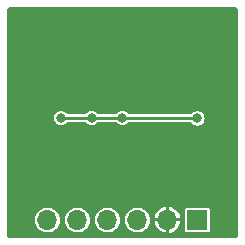
<source format=gbr>
%TF.GenerationSoftware,KiCad,Pcbnew,(6.0.2)*%
%TF.CreationDate,2022-04-05T22:12:57+02:00*%
%TF.ProjectId,BME68x Adaptor,424d4536-3878-4204-9164-6170746f722e,rev?*%
%TF.SameCoordinates,Original*%
%TF.FileFunction,Copper,L2,Bot*%
%TF.FilePolarity,Positive*%
%FSLAX46Y46*%
G04 Gerber Fmt 4.6, Leading zero omitted, Abs format (unit mm)*
G04 Created by KiCad (PCBNEW (6.0.2)) date 2022-04-05 22:12:57*
%MOMM*%
%LPD*%
G01*
G04 APERTURE LIST*
%TA.AperFunction,ComponentPad*%
%ADD10R,1.700000X1.700000*%
%TD*%
%TA.AperFunction,ComponentPad*%
%ADD11O,1.700000X1.700000*%
%TD*%
%TA.AperFunction,ViaPad*%
%ADD12C,0.800000*%
%TD*%
%TA.AperFunction,Conductor*%
%ADD13C,0.250000*%
%TD*%
G04 APERTURE END LIST*
D10*
%TO.P,J1,1,Pin_1*%
%TO.N,+3V3*%
X146350000Y-98250000D03*
D11*
%TO.P,J1,2,Pin_2*%
%TO.N,GND*%
X143810000Y-98250000D03*
%TO.P,J1,3,Pin_3*%
%TO.N,/CS#*%
X141270000Y-98250000D03*
%TO.P,J1,4,Pin_4*%
%TO.N,/SDI*%
X138730000Y-98250000D03*
%TO.P,J1,5,Pin_5*%
%TO.N,/SCK*%
X136190000Y-98250000D03*
%TO.P,J1,6,Pin_6*%
%TO.N,/SDO*%
X133650000Y-98250000D03*
%TD*%
D12*
%TO.N,+3V3*%
X146350000Y-89650000D03*
X134800000Y-89600000D03*
X140000000Y-89600000D03*
X137400000Y-89600000D03*
%TO.N,GND*%
X142600000Y-94300000D03*
X141700000Y-87400000D03*
X145200000Y-94300000D03*
X140400000Y-82300000D03*
%TD*%
D13*
%TO.N,+3V3*%
X137400000Y-89600000D02*
X140000000Y-89600000D01*
X134800000Y-89600000D02*
X137400000Y-89600000D01*
X140000000Y-89600000D02*
X146300000Y-89600000D01*
X146300000Y-89600000D02*
X146350000Y-89650000D01*
%TD*%
%TA.AperFunction,Conductor*%
%TO.N,GND*%
G36*
X149693039Y-80269685D02*
G01*
X149738794Y-80322489D01*
X149750000Y-80374000D01*
X149750000Y-99626000D01*
X149730315Y-99693039D01*
X149677511Y-99738794D01*
X149626000Y-99750000D01*
X130374000Y-99750000D01*
X130306961Y-99730315D01*
X130261206Y-99677511D01*
X130250000Y-99626000D01*
X130250000Y-98235262D01*
X132594520Y-98235262D01*
X132611759Y-98440553D01*
X132668544Y-98638586D01*
X132762712Y-98821818D01*
X132766480Y-98826572D01*
X132795402Y-98863062D01*
X132890677Y-98983270D01*
X132895296Y-98987201D01*
X133042950Y-99112865D01*
X133042955Y-99112869D01*
X133047564Y-99116791D01*
X133227398Y-99217297D01*
X133423329Y-99280959D01*
X133429347Y-99281677D01*
X133429349Y-99281677D01*
X133569591Y-99298399D01*
X133627894Y-99305351D01*
X133633938Y-99304886D01*
X133633939Y-99304886D01*
X133706404Y-99299310D01*
X133833300Y-99289546D01*
X133951927Y-99256425D01*
X134025885Y-99235776D01*
X134025889Y-99235774D01*
X134031725Y-99234145D01*
X134215610Y-99141258D01*
X134377951Y-99014424D01*
X134381907Y-99009840D01*
X134381911Y-99009837D01*
X134508602Y-98863062D01*
X134512564Y-98858472D01*
X134533387Y-98821818D01*
X134611327Y-98684618D01*
X134614323Y-98679344D01*
X134679351Y-98483863D01*
X134684823Y-98440553D01*
X134704736Y-98282919D01*
X134704736Y-98282915D01*
X134705171Y-98279474D01*
X134705583Y-98250000D01*
X134704138Y-98235262D01*
X135134520Y-98235262D01*
X135151759Y-98440553D01*
X135208544Y-98638586D01*
X135302712Y-98821818D01*
X135306480Y-98826572D01*
X135335402Y-98863062D01*
X135430677Y-98983270D01*
X135435296Y-98987201D01*
X135582950Y-99112865D01*
X135582955Y-99112869D01*
X135587564Y-99116791D01*
X135767398Y-99217297D01*
X135963329Y-99280959D01*
X135969347Y-99281677D01*
X135969349Y-99281677D01*
X136109591Y-99298399D01*
X136167894Y-99305351D01*
X136173938Y-99304886D01*
X136173939Y-99304886D01*
X136246404Y-99299310D01*
X136373300Y-99289546D01*
X136491927Y-99256425D01*
X136565885Y-99235776D01*
X136565889Y-99235774D01*
X136571725Y-99234145D01*
X136755610Y-99141258D01*
X136917951Y-99014424D01*
X136921907Y-99009840D01*
X136921911Y-99009837D01*
X137048602Y-98863062D01*
X137052564Y-98858472D01*
X137073387Y-98821818D01*
X137151327Y-98684618D01*
X137154323Y-98679344D01*
X137219351Y-98483863D01*
X137224823Y-98440553D01*
X137244736Y-98282919D01*
X137244736Y-98282915D01*
X137245171Y-98279474D01*
X137245583Y-98250000D01*
X137244138Y-98235262D01*
X137674520Y-98235262D01*
X137691759Y-98440553D01*
X137748544Y-98638586D01*
X137842712Y-98821818D01*
X137846480Y-98826572D01*
X137875402Y-98863062D01*
X137970677Y-98983270D01*
X137975296Y-98987201D01*
X138122950Y-99112865D01*
X138122955Y-99112869D01*
X138127564Y-99116791D01*
X138307398Y-99217297D01*
X138503329Y-99280959D01*
X138509347Y-99281677D01*
X138509349Y-99281677D01*
X138649591Y-99298399D01*
X138707894Y-99305351D01*
X138713938Y-99304886D01*
X138713939Y-99304886D01*
X138786404Y-99299310D01*
X138913300Y-99289546D01*
X139031927Y-99256425D01*
X139105885Y-99235776D01*
X139105889Y-99235774D01*
X139111725Y-99234145D01*
X139295610Y-99141258D01*
X139457951Y-99014424D01*
X139461907Y-99009840D01*
X139461911Y-99009837D01*
X139588602Y-98863062D01*
X139592564Y-98858472D01*
X139613387Y-98821818D01*
X139691327Y-98684618D01*
X139694323Y-98679344D01*
X139759351Y-98483863D01*
X139764823Y-98440553D01*
X139784736Y-98282919D01*
X139784736Y-98282915D01*
X139785171Y-98279474D01*
X139785583Y-98250000D01*
X139784138Y-98235262D01*
X140214520Y-98235262D01*
X140231759Y-98440553D01*
X140288544Y-98638586D01*
X140382712Y-98821818D01*
X140386480Y-98826572D01*
X140415402Y-98863062D01*
X140510677Y-98983270D01*
X140515296Y-98987201D01*
X140662950Y-99112865D01*
X140662955Y-99112869D01*
X140667564Y-99116791D01*
X140847398Y-99217297D01*
X141043329Y-99280959D01*
X141049347Y-99281677D01*
X141049349Y-99281677D01*
X141189591Y-99298399D01*
X141247894Y-99305351D01*
X141253938Y-99304886D01*
X141253939Y-99304886D01*
X141326404Y-99299310D01*
X141453300Y-99289546D01*
X141571927Y-99256425D01*
X141645885Y-99235776D01*
X141645889Y-99235774D01*
X141651725Y-99234145D01*
X141835610Y-99141258D01*
X141997951Y-99014424D01*
X142001907Y-99009840D01*
X142001911Y-99009837D01*
X142128602Y-98863062D01*
X142132564Y-98858472D01*
X142153387Y-98821818D01*
X142231327Y-98684618D01*
X142234323Y-98679344D01*
X142299351Y-98483863D01*
X142304823Y-98440553D01*
X142311164Y-98390357D01*
X142716761Y-98390357D01*
X142718516Y-98417140D01*
X142720287Y-98428322D01*
X142767255Y-98613260D01*
X142771028Y-98623916D01*
X142850910Y-98797193D01*
X142856574Y-98807002D01*
X142966689Y-98962812D01*
X142974039Y-98971417D01*
X143110709Y-99104555D01*
X143119512Y-99111683D01*
X143278147Y-99217680D01*
X143288105Y-99223087D01*
X143463400Y-99298399D01*
X143474172Y-99301899D01*
X143660260Y-99344007D01*
X143668223Y-99345055D01*
X143682344Y-99341505D01*
X143682694Y-99341131D01*
X143685000Y-99331452D01*
X143685000Y-99325628D01*
X143935000Y-99325628D01*
X143938903Y-99338922D01*
X143952680Y-99340894D01*
X144062264Y-99325006D01*
X144073277Y-99322361D01*
X144253937Y-99261036D01*
X144264293Y-99256425D01*
X144430753Y-99163202D01*
X144440090Y-99156785D01*
X144484622Y-99119748D01*
X145299500Y-99119748D01*
X145303779Y-99141258D01*
X145308144Y-99163202D01*
X145311133Y-99178231D01*
X145355448Y-99244552D01*
X145421769Y-99288867D01*
X145433745Y-99291249D01*
X145433747Y-99291250D01*
X145452326Y-99294945D01*
X145480252Y-99300500D01*
X147219748Y-99300500D01*
X147247674Y-99294945D01*
X147266253Y-99291250D01*
X147266255Y-99291249D01*
X147278231Y-99288867D01*
X147344552Y-99244552D01*
X147388867Y-99178231D01*
X147391857Y-99163202D01*
X147396221Y-99141258D01*
X147400500Y-99119748D01*
X147400500Y-97380252D01*
X147388867Y-97321769D01*
X147344552Y-97255448D01*
X147278231Y-97211133D01*
X147266255Y-97208751D01*
X147266253Y-97208750D01*
X147247674Y-97205055D01*
X147219748Y-97199500D01*
X145480252Y-97199500D01*
X145452326Y-97205055D01*
X145433747Y-97208750D01*
X145433745Y-97208751D01*
X145421769Y-97211133D01*
X145355448Y-97255448D01*
X145311133Y-97321769D01*
X145299500Y-97380252D01*
X145299500Y-99119748D01*
X144484622Y-99119748D01*
X144586777Y-99034787D01*
X144594787Y-99026777D01*
X144716785Y-98880090D01*
X144723202Y-98870753D01*
X144816425Y-98704293D01*
X144821036Y-98693937D01*
X144882361Y-98513277D01*
X144885006Y-98502264D01*
X144900900Y-98392644D01*
X144898945Y-98378929D01*
X144885594Y-98375000D01*
X143952830Y-98375000D01*
X143937831Y-98379404D01*
X143936644Y-98380774D01*
X143935000Y-98388332D01*
X143935000Y-99325628D01*
X143685000Y-99325628D01*
X143685000Y-98392830D01*
X143680596Y-98377831D01*
X143679226Y-98376644D01*
X143671668Y-98375000D01*
X142733584Y-98375000D01*
X142718781Y-98379347D01*
X142716761Y-98390357D01*
X142311164Y-98390357D01*
X142324736Y-98282919D01*
X142324736Y-98282915D01*
X142325171Y-98279474D01*
X142325583Y-98250000D01*
X142311591Y-98107293D01*
X142719134Y-98107293D01*
X142721538Y-98121488D01*
X142734076Y-98125000D01*
X143667170Y-98125000D01*
X143682169Y-98120596D01*
X143683356Y-98119226D01*
X143685000Y-98111668D01*
X143685000Y-98107170D01*
X143935000Y-98107170D01*
X143939404Y-98122169D01*
X143940774Y-98123356D01*
X143948332Y-98125000D01*
X144885397Y-98125000D01*
X144899714Y-98120796D01*
X144901744Y-98108856D01*
X144896734Y-98054343D01*
X144894670Y-98043207D01*
X144842884Y-97859587D01*
X144838819Y-97848998D01*
X144754441Y-97677894D01*
X144748517Y-97668228D01*
X144634366Y-97515362D01*
X144626785Y-97506942D01*
X144486683Y-97377432D01*
X144477701Y-97370540D01*
X144316331Y-97268724D01*
X144306253Y-97263589D01*
X144129035Y-97192886D01*
X144118178Y-97189670D01*
X143952488Y-97156713D01*
X143939816Y-97157846D01*
X143935000Y-97172759D01*
X143935000Y-98107170D01*
X143685000Y-98107170D01*
X143685000Y-97173107D01*
X143681254Y-97160349D01*
X143666574Y-97158443D01*
X143529680Y-97181967D01*
X143518748Y-97184896D01*
X143339737Y-97250936D01*
X143329524Y-97255808D01*
X143165557Y-97353358D01*
X143156390Y-97360018D01*
X143012942Y-97485819D01*
X143005152Y-97494028D01*
X142887027Y-97643868D01*
X142880864Y-97653360D01*
X142792025Y-97822214D01*
X142787694Y-97832669D01*
X142731112Y-98014894D01*
X142728760Y-98025961D01*
X142719134Y-98107293D01*
X142311591Y-98107293D01*
X142305480Y-98044970D01*
X142245935Y-97847749D01*
X142204022Y-97768922D01*
X142152065Y-97671203D01*
X142152064Y-97671201D01*
X142149218Y-97665849D01*
X142019011Y-97506200D01*
X141860275Y-97374882D01*
X141679055Y-97276897D01*
X141669991Y-97274091D01*
X141488046Y-97217770D01*
X141488047Y-97217770D01*
X141482254Y-97215977D01*
X141277369Y-97194443D01*
X141271336Y-97194992D01*
X141271332Y-97194992D01*
X141145721Y-97206424D01*
X141072203Y-97213114D01*
X141066390Y-97214825D01*
X141066389Y-97214825D01*
X140880392Y-97269567D01*
X140874572Y-97271280D01*
X140797419Y-97311615D01*
X140697374Y-97363917D01*
X140697370Y-97363920D01*
X140692002Y-97366726D01*
X140687279Y-97370523D01*
X140687278Y-97370524D01*
X140543880Y-97485819D01*
X140531447Y-97495815D01*
X140399024Y-97653630D01*
X140299776Y-97834162D01*
X140297942Y-97839944D01*
X140297941Y-97839946D01*
X140239317Y-98024753D01*
X140237484Y-98030532D01*
X140214520Y-98235262D01*
X139784138Y-98235262D01*
X139765480Y-98044970D01*
X139705935Y-97847749D01*
X139664022Y-97768922D01*
X139612065Y-97671203D01*
X139612064Y-97671201D01*
X139609218Y-97665849D01*
X139479011Y-97506200D01*
X139320275Y-97374882D01*
X139139055Y-97276897D01*
X139129991Y-97274091D01*
X138948046Y-97217770D01*
X138948047Y-97217770D01*
X138942254Y-97215977D01*
X138737369Y-97194443D01*
X138731336Y-97194992D01*
X138731332Y-97194992D01*
X138605721Y-97206424D01*
X138532203Y-97213114D01*
X138526390Y-97214825D01*
X138526389Y-97214825D01*
X138340392Y-97269567D01*
X138334572Y-97271280D01*
X138257419Y-97311615D01*
X138157374Y-97363917D01*
X138157370Y-97363920D01*
X138152002Y-97366726D01*
X138147279Y-97370523D01*
X138147278Y-97370524D01*
X138003880Y-97485819D01*
X137991447Y-97495815D01*
X137859024Y-97653630D01*
X137759776Y-97834162D01*
X137757942Y-97839944D01*
X137757941Y-97839946D01*
X137699317Y-98024753D01*
X137697484Y-98030532D01*
X137674520Y-98235262D01*
X137244138Y-98235262D01*
X137225480Y-98044970D01*
X137165935Y-97847749D01*
X137124022Y-97768922D01*
X137072065Y-97671203D01*
X137072064Y-97671201D01*
X137069218Y-97665849D01*
X136939011Y-97506200D01*
X136780275Y-97374882D01*
X136599055Y-97276897D01*
X136589991Y-97274091D01*
X136408046Y-97217770D01*
X136408047Y-97217770D01*
X136402254Y-97215977D01*
X136197369Y-97194443D01*
X136191336Y-97194992D01*
X136191332Y-97194992D01*
X136065721Y-97206424D01*
X135992203Y-97213114D01*
X135986390Y-97214825D01*
X135986389Y-97214825D01*
X135800392Y-97269567D01*
X135794572Y-97271280D01*
X135717419Y-97311615D01*
X135617374Y-97363917D01*
X135617370Y-97363920D01*
X135612002Y-97366726D01*
X135607279Y-97370523D01*
X135607278Y-97370524D01*
X135463880Y-97485819D01*
X135451447Y-97495815D01*
X135319024Y-97653630D01*
X135219776Y-97834162D01*
X135217942Y-97839944D01*
X135217941Y-97839946D01*
X135159317Y-98024753D01*
X135157484Y-98030532D01*
X135134520Y-98235262D01*
X134704138Y-98235262D01*
X134685480Y-98044970D01*
X134625935Y-97847749D01*
X134584022Y-97768922D01*
X134532065Y-97671203D01*
X134532064Y-97671201D01*
X134529218Y-97665849D01*
X134399011Y-97506200D01*
X134240275Y-97374882D01*
X134059055Y-97276897D01*
X134049991Y-97274091D01*
X133868046Y-97217770D01*
X133868047Y-97217770D01*
X133862254Y-97215977D01*
X133657369Y-97194443D01*
X133651336Y-97194992D01*
X133651332Y-97194992D01*
X133525721Y-97206424D01*
X133452203Y-97213114D01*
X133446390Y-97214825D01*
X133446389Y-97214825D01*
X133260392Y-97269567D01*
X133254572Y-97271280D01*
X133177419Y-97311615D01*
X133077374Y-97363917D01*
X133077370Y-97363920D01*
X133072002Y-97366726D01*
X133067279Y-97370523D01*
X133067278Y-97370524D01*
X132923880Y-97485819D01*
X132911447Y-97495815D01*
X132779024Y-97653630D01*
X132679776Y-97834162D01*
X132677942Y-97839944D01*
X132677941Y-97839946D01*
X132619317Y-98024753D01*
X132617484Y-98030532D01*
X132594520Y-98235262D01*
X130250000Y-98235262D01*
X130250000Y-89600000D01*
X134194318Y-89600000D01*
X134214956Y-89756762D01*
X134218065Y-89764269D01*
X134218066Y-89764271D01*
X134238777Y-89814271D01*
X134275464Y-89902841D01*
X134371718Y-90028282D01*
X134497159Y-90124536D01*
X134504667Y-90127646D01*
X134635729Y-90181934D01*
X134635731Y-90181935D01*
X134643238Y-90185044D01*
X134800000Y-90205682D01*
X134808059Y-90204621D01*
X134948703Y-90186105D01*
X134956762Y-90185044D01*
X134964269Y-90181935D01*
X134964271Y-90181934D01*
X135095333Y-90127646D01*
X135102841Y-90124536D01*
X135228282Y-90028282D01*
X135269923Y-89974014D01*
X135326351Y-89932811D01*
X135368299Y-89925500D01*
X136831701Y-89925500D01*
X136898740Y-89945185D01*
X136930077Y-89974014D01*
X136971718Y-90028282D01*
X137097159Y-90124536D01*
X137104667Y-90127646D01*
X137235729Y-90181934D01*
X137235731Y-90181935D01*
X137243238Y-90185044D01*
X137400000Y-90205682D01*
X137408059Y-90204621D01*
X137548703Y-90186105D01*
X137556762Y-90185044D01*
X137564269Y-90181935D01*
X137564271Y-90181934D01*
X137695333Y-90127646D01*
X137702841Y-90124536D01*
X137828282Y-90028282D01*
X137869923Y-89974014D01*
X137926351Y-89932811D01*
X137968299Y-89925500D01*
X139431701Y-89925500D01*
X139498740Y-89945185D01*
X139530077Y-89974014D01*
X139571718Y-90028282D01*
X139697159Y-90124536D01*
X139704667Y-90127646D01*
X139835729Y-90181934D01*
X139835731Y-90181935D01*
X139843238Y-90185044D01*
X140000000Y-90205682D01*
X140008059Y-90204621D01*
X140148703Y-90186105D01*
X140156762Y-90185044D01*
X140164269Y-90181935D01*
X140164271Y-90181934D01*
X140295333Y-90127646D01*
X140302841Y-90124536D01*
X140428282Y-90028282D01*
X140469923Y-89974014D01*
X140526351Y-89932811D01*
X140568299Y-89925500D01*
X145743335Y-89925500D01*
X145810374Y-89945185D01*
X145841710Y-89974013D01*
X145921718Y-90078282D01*
X146047159Y-90174536D01*
X146054667Y-90177646D01*
X146185729Y-90231934D01*
X146185731Y-90231935D01*
X146193238Y-90235044D01*
X146350000Y-90255682D01*
X146358059Y-90254621D01*
X146498703Y-90236105D01*
X146506762Y-90235044D01*
X146514269Y-90231935D01*
X146514271Y-90231934D01*
X146645333Y-90177646D01*
X146652841Y-90174536D01*
X146778282Y-90078282D01*
X146874536Y-89952841D01*
X146935044Y-89806762D01*
X146955682Y-89650000D01*
X146935044Y-89493238D01*
X146917672Y-89451297D01*
X146877646Y-89354667D01*
X146874536Y-89347159D01*
X146778282Y-89221718D01*
X146652841Y-89125464D01*
X146532131Y-89075464D01*
X146514271Y-89068066D01*
X146514269Y-89068065D01*
X146506762Y-89064956D01*
X146350000Y-89044318D01*
X146193238Y-89064956D01*
X146185731Y-89068065D01*
X146185729Y-89068066D01*
X146167869Y-89075464D01*
X146047159Y-89125464D01*
X145921718Y-89221718D01*
X145916771Y-89228165D01*
X145911023Y-89233913D01*
X145909573Y-89232463D01*
X145862014Y-89267189D01*
X145820067Y-89274500D01*
X140568299Y-89274500D01*
X140501260Y-89254815D01*
X140469923Y-89225986D01*
X140433229Y-89178165D01*
X140428282Y-89171718D01*
X140302841Y-89075464D01*
X140284981Y-89068066D01*
X140164271Y-89018066D01*
X140164269Y-89018065D01*
X140156762Y-89014956D01*
X140000000Y-88994318D01*
X139843238Y-89014956D01*
X139835731Y-89018065D01*
X139835729Y-89018066D01*
X139715019Y-89068066D01*
X139697159Y-89075464D01*
X139571718Y-89171718D01*
X139566771Y-89178165D01*
X139530077Y-89225986D01*
X139473649Y-89267189D01*
X139431701Y-89274500D01*
X137968299Y-89274500D01*
X137901260Y-89254815D01*
X137869923Y-89225986D01*
X137833229Y-89178165D01*
X137828282Y-89171718D01*
X137702841Y-89075464D01*
X137684981Y-89068066D01*
X137564271Y-89018066D01*
X137564269Y-89018065D01*
X137556762Y-89014956D01*
X137400000Y-88994318D01*
X137243238Y-89014956D01*
X137235731Y-89018065D01*
X137235729Y-89018066D01*
X137115019Y-89068066D01*
X137097159Y-89075464D01*
X136971718Y-89171718D01*
X136966771Y-89178165D01*
X136930077Y-89225986D01*
X136873649Y-89267189D01*
X136831701Y-89274500D01*
X135368299Y-89274500D01*
X135301260Y-89254815D01*
X135269923Y-89225986D01*
X135233229Y-89178165D01*
X135228282Y-89171718D01*
X135102841Y-89075464D01*
X135084981Y-89068066D01*
X134964271Y-89018066D01*
X134964269Y-89018065D01*
X134956762Y-89014956D01*
X134800000Y-88994318D01*
X134643238Y-89014956D01*
X134635731Y-89018065D01*
X134635729Y-89018066D01*
X134515019Y-89068066D01*
X134497159Y-89075464D01*
X134371718Y-89171718D01*
X134275464Y-89297159D01*
X134214956Y-89443238D01*
X134194318Y-89600000D01*
X130250000Y-89600000D01*
X130250000Y-80374000D01*
X130269685Y-80306961D01*
X130322489Y-80261206D01*
X130374000Y-80250000D01*
X149626000Y-80250000D01*
X149693039Y-80269685D01*
G37*
%TD.AperFunction*%
%TD*%
M02*

</source>
